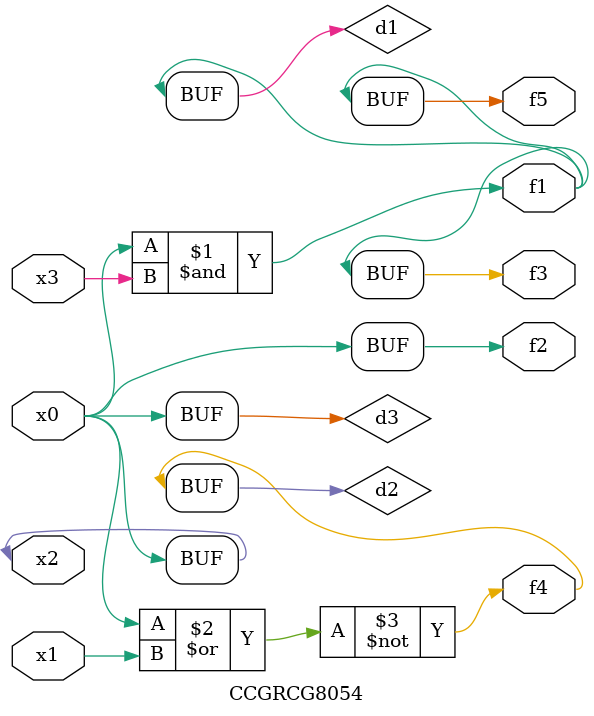
<source format=v>
module CCGRCG8054(
	input x0, x1, x2, x3,
	output f1, f2, f3, f4, f5
);

	wire d1, d2, d3;

	and (d1, x2, x3);
	nor (d2, x0, x1);
	buf (d3, x0, x2);
	assign f1 = d1;
	assign f2 = d3;
	assign f3 = d1;
	assign f4 = d2;
	assign f5 = d1;
endmodule

</source>
